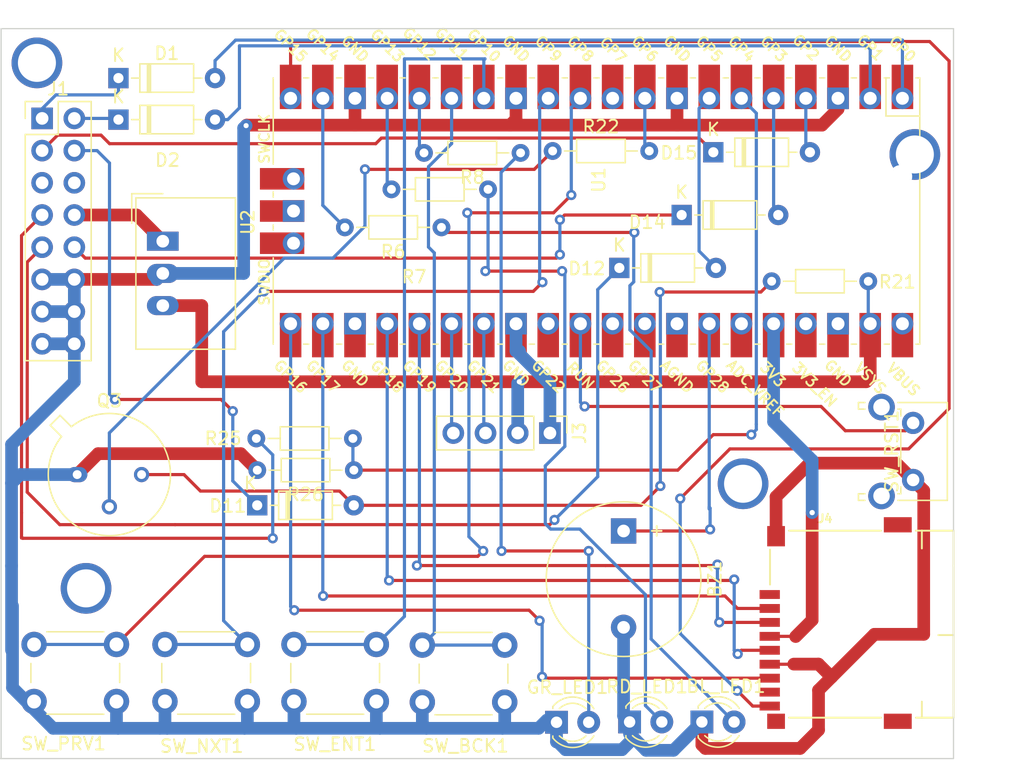
<source format=kicad_pcb>
(kicad_pcb (version 20221018) (generator pcbnew)
  (layers (0 "F.Cu" signal) (31 "B.Cu" signal) (34 "B.Paste" user) (35 "F.Paste" user) (36 "B.SilkS" user "B.Silkscreen") (37 "F.SilkS" user "F.Silkscreen") (38 "B.Mask" user) (39 "F.Mask" user) (44 "Edge.Cuts" user))
  (net 0 "")
  (net 1 "Net-(BZ1--)")
  (net 2 "/GND")
  (net 3 "Net-(BL_LED1-A)")
  (net 4 "Net-(GR_LED1-A)")
  (net 5 "Net-(RD_LED1-A)")
  (net 6 "Net-(D11-K)")
  (net 7 "Net-(D11-A)")
  (net 8 "Net-(D12-K)")
  (net 9 "Net-(D12-A)")
  (net 10 "Net-(D14-K)")
  (net 11 "Net-(D14-A)")
  (net 12 "Net-(D15-K)")
  (net 13 "Net-(D15-A)")
  (net 16 "Net-(J1-Pin_4a)")
  (net 17 "/CS")
  (net 18 "/SCK")
  (net 19 "/MOSI")
  (net 20 "/MISO")
  (net 21 "Net-(J1-Pin_4b)")
  (net 22 "Net-(J3-Pin_1)")
  (net 23 "Net-(J3-Pin_2)")
  (net 24 "Net-(J3-Pin_3)")
  (net 25 "Net-(J3-Pin_4)")
  (net 27 "Net-(D1-K)")
  (net 28 "/VCC 3.3V")
  (net 29 "Net-(J4-DET)")
  (net 30 "Net-(Q3-B)")
  (net 31 "Net-(U1-GPIO14)")
  (net 32 "Net-(U1-GPIO13)")
  (net 33 "Net-(U1-GPIO12)")
  (net 34 "Net-(U1-GPIO6)")
  (net 35 "Net-(U1-GPIO4)")
  (net 36 "Net-(U1-RUN)")
  (net 37 "Net-(U1-GPIO8)")
  (net 38 "Net-(U1-GPIO9)")
  (net 39 "Net-(U1-GPIO10)")
  (net 40 "Net-(U1-GPIO11)")
  (net 52 "Net-(D1-A)")
  (net 53 "Net-(D2-K)")
  (net 54 "Net-(D2-A)")
  (footprint "Buzzer_Beeper:Buzzer_12x9.5RM7.6" (layer "F.Cu") (at 138.975 112.45 -90)
    (fp_text reference "BZ1")
    (fp_text value "Buzzer")
  )
  (footprint "MCU_RaspberryPi_and_Boards:RPi_Pico_SMD_TH" (layer "F.Cu") (at 136.84 87.21 -90)
    (fp_text reference "U1")
    (fp_text value "Pico")
  )
  (footprint "Connector_PinHeader_2.54mm:PinHeader_2x08_P2.54mm_Vertical_letters" (layer "F.Cu") (at 93.11 79.905)
    (fp_text reference "J1")
    (fp_text value "Conn_02x08_Row_Letter_Last")
  )
  (footprint "Resistor_THT:R_Axial_DIN0204_L3.6mm_D1.6mm_P7.62mm_Horizontal" (layer "F.Cu") (at 133.38 82.475)
    (fp_text reference "R22")
    (fp_text value "6.8K")
  )
  (footprint "Resistor_THT:R_Axial_DIN0204_L3.6mm_D1.6mm_P7.62mm_Horizontal" (layer "F.Cu") (at 124.61 88.5 180)
    (fp_text reference "R6")
    (fp_text value "680")
  )
  (footprint "Resistor_THT:R_Axial_DIN0204_L3.6mm_D1.6mm_P7.62mm_Horizontal" (layer "F.Cu") (at 128.285 85.5 180)
    (fp_text reference "R7")
    (fp_text value "680")
  )
  (footprint "Diode_THT:D_DO-35_SOD27_P7.62mm_Horizontal" (layer "F.Cu") (at 99.13 80)
    (fp_text reference "D2")
    (fp_text value "BAT43")
  )
  (footprint "Resistor_THT:R_Axial_DIN0204_L3.6mm_D1.6mm_P7.62mm_Horizontal" (layer "F.Cu") (at 117.7 107.65 180)
    (fp_text reference "R26")
    (fp_text value "2K2")
  )
  (footprint "LED_THT:LED_D3.0mm" (layer "F.Cu") (at 145.15 127.5125)
    (fp_text reference "BL_LED1")
    (fp_text value "LED")
  )
  (footprint "Resistor_THT:R_Axial_DIN0204_L3.6mm_D1.6mm_P7.62mm_Horizontal" (layer "F.Cu") (at 110.005 105.15)
    (fp_text reference "R25")
    (fp_text value "1K")
  )
  (footprint "LED_THT:LED_D3.0mm" (layer "F.Cu") (at 139.45 127.5125)
    (fp_text reference "RD_LED1")
    (fp_text value "LED")
  )
  (footprint "Connector_Card:MicroSD_Card-micro_socket_A_AliExpress" (layer "F.Cu") (at 157.525 120.675 -90)
    (fp_text reference "J4")
    (fp_text value "Micro_SD_Card_Det1" hide)
  )
  (footprint "Package_TO_SOT_THT:TO-39-3" (layer "F.Cu") (at 95.875 108)
    (fp_text reference "Q3")
    (fp_text value "2N2219")
  )
  (footprint "Diode_THT:D_DO-35_SOD27_P7.62mm_Horizontal" (layer "F.Cu") (at 110.075 110.425)
    (fp_text reference "D11")
    (fp_text value "1N4148")
  )
  (footprint "Diode_THT:D_DO-35_SOD27_P7.62mm_Horizontal" (layer "F.Cu") (at 143.555 87.525)
    (fp_text reference "D14")
    (fp_text value "BAT43")
  )
  (footprint "Connector_PinHeader_2.54mm:PinHeader_1x04_P2.54mm_Vertical" (layer "F.Cu") (at 133.165 104.725 -90)
    (fp_text reference "J3")
    (fp_text value "OLED SCREEN CONN")
  )
  (footprint "Button_Switch_THT:SW_Tactile_SPST_Angled_PTS645Vx83-2LFS" (layer "F.Cu") (at 161.8125 103.925 -90)
    (fp_text reference "SW_RST1")
    (fp_text value "SW_RESET")
  )
  (footprint "Resistor_THT:R_Axial_DIN0204_L3.6mm_D1.6mm_P7.62mm_Horizontal" (layer "F.Cu") (at 130.85 82.625 180)
    (fp_text reference "R8")
    (fp_text value "680")
  )
  (footprint "Converter_DCDC:Converter_DCDC_TRACO_TSR-1_THT" (layer "F.Cu") (at 102.6275 89.5925 -90)
    (fp_text reference "U2")
    (fp_text value "TSR_1-2450")
  )
  (footprint "Resistor_THT:R_Axial_DIN0204_L3.6mm_D1.6mm_P7.62mm_Horizontal" (layer "F.Cu") (at 158.275 92.75 180)
    (fp_text reference "R21")
    (fp_text value "10K")
  )
  (footprint "Button_Switch_THT:SW_PUSH_6mm" (layer "F.Cu") (at 119.475 125.9 180)
    (fp_text reference "SW_ENT1")
    (fp_text value "SW_ENTER")
  )
  (footprint "Diode_THT:D_DO-35_SOD27_P7.62mm_Horizontal" (layer "F.Cu") (at 146.055 82.575)
    (fp_text reference "D15")
    (fp_text value "BAT43")
  )
  (footprint "LED_THT:LED_D3.0mm" (layer "F.Cu") (at 133.685 127.5375)
    (fp_text reference "GR_LED1")
    (fp_text value "LED")
  )
  (footprint "Diode_THT:D_DO-35_SOD27_P7.62mm_Horizontal" (layer "F.Cu") (at 99.13 76.725)
    (fp_text reference "D1")
    (fp_text value "BAT43")
  )
  (footprint "Button_Switch_THT:SW_PUSH_6mm" (layer "F.Cu") (at 109.3 125.9 180)
    (fp_text reference "SW_NXT1")
    (fp_text value "SW_NEXT")
  )
  (footprint "Diode_THT:D_DO-35_SOD27_P7.62mm_Horizontal" (layer "F.Cu") (at 138.64 91.7)
    (fp_text reference "D12")
    (fp_text value "BAT43")
  )
  (footprint "Button_Switch_THT:SW_PUSH_6mm" (layer "F.Cu") (at 98.975 125.9 180)
    (fp_text reference "SW_PRV1")
    (fp_text value "SW_PREV")
  )
  (footprint "Button_Switch_THT:SW_PUSH_6mm" (layer "F.Cu") (at 129.6 125.95 180)
    (fp_text reference "SW_BCK1")
    (fp_text value "SW_BACK")
  )
  (gr_line (start 164.9625 130.4) (end 89.8375 130.4) (stroke (width 0.1)) (layer "Edge.Cuts"))
  (gr_line (start 165 72.825) (end 165 130.4) (stroke (width 0.1)) (layer "Edge.Cuts"))
  (gr_line (start 89.875 72.825) (end 165 72.825) (stroke (width 0.1)) (layer "Edge.Cuts"))
  (gr_line (start 89.875 130.4) (end 89.875 72.825) (stroke (width 0.1)) (layer "Edge.Cuts"))
  (via (at 96.575 116.975) (size 4) (drill 3) (layers "F.Cu" "B.Cu") (net 0))
  (via (at 92.7 75.525) (size 4) (drill 3) (layers "F.Cu" "B.Cu") (net 0))
  (via (at 148.4 108.725) (size 4) (drill 3) (layers "F.Cu" "B.Cu") (net 0))
  (via (at 161.95 82.75) (size 4) (drill 3) (layers "F.Cu" "B.Cu") (net 0))
  (segment (start 138.975 112.45) (end 145.675 112.45) (width 0.25) (layer "F.Cu") (net 1))
  (segment (start 145.675 112.45) (end 145.8 112.325) (width 0.25) (layer "F.Cu") (net 1))
  (via (at 145.8 112.325) (size 0.8) (drill 0.4) (layers "F.Cu" "B.Cu") (net 1))
  (segment (start 145.73 110.705) (end 145.73 110.575) (width 0.25) (layer "B.Cu") (net 1))
  (segment (start 145.775 110.75) (end 145.73 110.705) (width 0.25) (layer "B.Cu") (net 1))
  (segment (start 145.73 110.575) (end 145.73 96.1) (width 0.25) (layer "B.Cu") (net 1))
  (segment (start 145.8 112.325) (end 145.8 110.645) (width 0.25) (layer "B.Cu") (net 1))
  (segment (start 145.8 110.645) (end 145.73 110.575) (width 0.25) (layer "B.Cu") (net 1))
  (segment (start 145.15 129.325) (end 145.425 129.6) (width 1) (layer "F.Cu") (net 2))
  (segment (start 145.15 127.5125) (end 145.15 129.325) (width 1) (layer "F.Cu") (net 2))
  (segment (start 108.78 106.35) (end 110.08 107.65) (width 1) (layer "F.Cu") (net 2))
  (segment (start 102.155 92.605) (end 102.6275 92.1325) (width 1) (layer "F.Cu") (net 2))
  (segment (start 155.89 79.17) (end 155.89 78.32) (width 1) (layer "F.Cu") (net 2))
  (segment (start 151.003145 109.746855) (end 153.65 107.1) (width 1) (layer "F.Cu") (net 2))
  (segment (start 143.2 80.435) (end 154.625 80.435) (width 1) (layer "F.Cu") (net 2))
  (segment (start 97.525 106.35) (end 108.78 106.35) (width 1) (layer "F.Cu") (net 2))
  (segment (start 117.79 80.435) (end 130.025 80.435) (width 1) (layer "F.Cu") (net 2))
  (segment (start 150.503145 122.959968) (end 152.390032 122.959968) (width 0.25) (layer "F.Cu") (net 2))
  (segment (start 130.49 79.97) (end 130.025 80.435) (width 1) (layer "F.Cu") (net 2))
  (segment (start 155.380085 123.980085) (end 154.353346 125.006823) (width 1) (layer "F.Cu") (net 2))
  (segment (start 117.79 80.435) (end 109.24 80.435) (width 1) (layer "F.Cu") (net 2))
  (segment (start 117.79 78.32) (end 117.79 80.435) (width 1) (layer "F.Cu") (net 2))
  (segment (start 160.4875 107.1) (end 161.8125 108.425) (width 1) (layer "F.Cu") (net 2))
  (segment (start 145.425 129.6) (end 152.9 129.6) (width 1) (layer "F.Cu") (net 2))
  (segment (start 143.19 78.32) (end 143.19 80.425) (width 1) (layer "F.Cu") (net 2))
  (segment (start 143.19 80.425) (end 143.2 80.435) (width 1) (layer "F.Cu") (net 2))
  (segment (start 95.65 92.605) (end 102.155 92.605) (width 1) (layer "F.Cu") (net 2))
  (segment (start 151.003145 112.859968) (end 151.003145 109.746855) (width 1) (layer "F.Cu") (net 2))
  (segment (start 155.380085 123.980085) (end 154.35 122.95) (width 1) (layer "F.Cu") (net 2))
  (segment (start 162.65 120.6) (end 158.760169 120.6) (width 1) (layer "F.Cu") (net 2))
  (segment (start 130.49 78.32) (end 130.49 79.97) (width 1) (layer "F.Cu") (net 2))
  (segment (start 161.8125 108.425) (end 162.65 109.2625) (width 1) (layer "F.Cu") (net 2))
  (segment (start 154.625 80.435) (end 155.89 79.17) (width 1) (layer "F.Cu") (net 2))
  (segment (start 152.390032 122.959968) (end 152.4 122.95) (width 0.25) (layer "F.Cu") (net 2))
  (segment (start 154.35 122.95) (end 152.4 122.95) (width 1) (layer "F.Cu") (net 2))
  (segment (start 95.875 108) (end 97.525 106.35) (width 1) (layer "F.Cu") (net 2))
  (segment (start 109.24 80.435) (end 109.2 80.475) (width 1) (layer "F.Cu") (net 2))
  (segment (start 158.760169 120.6) (end 155.380085 123.980085) (width 1) (layer "F.Cu") (net 2))
  (segment (start 162.65 109.2625) (end 162.65 120.6) (width 1) (layer "F.Cu") (net 2))
  (segment (start 154.353346 128.146654) (end 154.353346 125.006823) (width 1) (layer "F.Cu") (net 2))
  (segment (start 153.65 107.1) (end 160.4875 107.1) (width 1) (layer "F.Cu") (net 2))
  (segment (start 130.025 80.435) (end 143.2 80.435) (width 1) (layer "F.Cu") (net 2))
  (segment (start 152.9 129.6) (end 154.353346 128.146654) (width 1) (layer "F.Cu") (net 2))
  (via (at 109.2 80.475) (size 0.8) (drill 0.4) (layers "F.Cu" "B.Cu") (net 2))
  (segment (start 102.155 92.605) (end 102.6275 92.1325) (width 1) (layer "B.Cu") (net 2))
  (segment (start 112.975 127.8375) (end 112.975 125.9) (width 1) (layer "B.Cu") (net 2))
  (segment (start 95.65 100.675) (end 90.7 105.625) (width 1) (layer "B.Cu") (net 2))
  (segment (start 90.7 108.675) (end 91.375 108) (width 1) (layer "B.Cu") (net 2))
  (segment (start 98.975 125.9) (end 98.975 127.6625) (width 0.25) (layer "B.Cu") (net 2))
  (segment (start 102.6275 92.1325) (end 109.0075 92.1325) (width 1) (layer "B.Cu") (net 2))
  (segment (start 123.425 128.0125) (end 123.1 127.6875) (width 1) (layer "B.Cu") (net 2))
  (segment (start 139.45 128.45) (end 139.775 128.775) (width 1) (layer "B.Cu") (net 2))
  (segment (start 90.775 124.8125) (end 90.775 118.3625) (width 1) (layer "B.Cu") (net 2))
  (segment (start 138.85 129.7) (end 139.775 128.775) (width 1) (layer "B.Cu") (net 2))
  (segment (start 102.975 128.0125) (end 109.075 128.0125) (width 1) (layer "B.Cu") (net 2))
  (segment (start 102.975 128.0125) (end 102.8 127.8375) (width 1) (layer "B.Cu") (net 2))
  (segment (start 102.8 127.8375) (end 102.8 125.9) (width 1) (layer "B.Cu") (net 2))
  (segment (start 138.975 120.05) (end 138.975 127.0375) (width 1) (layer "B.Cu") (net 2))
  (segment (start 93.11 97.685) (end 95.65 97.685) (width 1) (layer "B.Cu") (net 2))
  (segment (start 134.4 129.7) (end 138.85 129.7) (width 1) (layer "B.Cu") (net 2))
  (segment (start 90.7 115.2) (end 90.7 121.85) (width 1) (layer "B.Cu") (net 2))
  (segment (start 93.11 92.605) (end 95.65 92.605) (width 1) (layer "B.Cu") (net 2))
  (segment (start 109.0075 80.6675) (end 109.2 80.475) (width 1) (layer "B.Cu") (net 2))
  (segment (start 93.11 95.145) (end 95.65 95.145) (width 1) (layer "B.Cu") (net 2))
  (segment (start 102.4 128.0125) (end 99.1 128.0125) (width 1) (layer "B.Cu") (net 2))
  (segment (start 95.65 92.605) (end 95.65 95.145) (width 1) (layer "B.Cu") (net 2))
  (segment (start 113.15 128.0125) (end 112.975 127.8375) (width 1) (layer "B.Cu") (net 2))
  (segment (start 119.475 125.9) (end 119.475 127.7375) (width 1) (layer "B.Cu") (net 2))
  (segment (start 139.775 128.775) (end 140.75 129.75) (width 1) (layer "B.Cu") (net 2))
  (segment (start 123.1 127.6875) (end 123.1 125.95) (width 1) (layer "B.Cu") (net 2))
  (segment (start 119.75 128.0125) (end 123.425 128.0125) (width 1) (layer "B.Cu") (net 2))
  (segment (start 140.75 129.75) (end 142.9125 129.75) (width 1) (layer "B.Cu") (net 2))
  (segment (start 90.7 108.675) (end 90.7 115.2) (width 1) (layer "B.Cu") (net 2))
  (segment (start 90.7 105.625) (end 90.7 108.675) (width 1) (layer "B.Cu") (net 2))
  (segment (start 99.1 128.0125) (end 98.975 127.8875) (width 1) (layer "B.Cu") (net 2))
  (segment (start 109.0075 92.1325) (end 109.0075 80.6675) (width 1) (layer "B.Cu") (net 2))
  (segment (start 109.3 125.9) (end 109.3 127.7875) (width 1) (layer "B.Cu") (net 2))
  (segment (start 142.9125 129.75) (end 145.15 127.5125) (width 1) (layer "B.Cu") (net 2))
  (segment (start 93.975 128.0125) (end 90.775 124.8125) (width 1) (layer "B.Cu") (net 2))
  (segment (start 133.685 129.085) (end 133.785 129.085) (width 1) (layer "B.Cu") (net 2))
  (segment (start 98.975 127.6625) (end 99.025 127.7125) (width 0.25) (layer "B.Cu") (net 2))
  (segment (start 129.6 127.8375) (end 129.6 125.95) (width 1) (layer "B.Cu") (net 2))
  (segment (start 133.685 127.5375) (end 133.685 129.085) (width 1) (layer "B.Cu") (net 2))
  (segment (start 133.785 129.085) (end 134.4 129.7) (width 1) (layer "B.Cu") (net 2))
  (segment (start 138.975 127.0375) (end 139.45 127.5125) (width 1) (layer "B.Cu") (net 2))
  (segment (start 102.8 127.6125) (end 102.4 128.0125) (width 0.25) (layer "B.Cu") (net 2))
  (segment (start 109.075 128.0125) (end 113.15 128.0125) (width 1) (layer "B.Cu") (net 2))
  (segment (start 99.1 128.0125) (end 93.975 128.0125) (width 1) (layer "B.Cu") (net 2))
  (segment (start 102.4 128.0125) (end 102.975 128.0125) (width 1) (layer "B.Cu") (net 2))
  (segment (start 123.425 128.0125) (end 129.425 128.0125) (width 1) (layer "B.Cu") (net 2))
  (segment (start 113.15 128.0125) (end 119.75 128.0125) (width 1) (layer "B.Cu") (net 2))
  (segment (start 132.275 128.0125) (end 129.425 128.0125) (width 1) (layer "B.Cu") (net 2))
  (segment (start 129.425 128.0125) (end 129.6 127.8375) (width 1) (layer "B.Cu") (net 2))
  (segment (start 132.925 127.3625) (end 132.275 128.0125) (width 1) (layer "B.Cu") (net 2))
  (segment (start 91.375 108) (end 95.875 108) (width 1) (layer "B.Cu") (net 2))
  (segment (start 119.475 127.7375) (end 119.75 128.0125) (width 1) (layer "B.Cu") (net 2))
  (segment (start 98.975 127.8875) (end 98.975 125.9) (width 1) (layer "B.Cu") (net 2))
  (segment (start 109.3 127.7875) (end 109.075 128.0125) (width 1) (layer "B.Cu") (net 2))
  (segment (start 95.65 97.685) (end 95.65 100.675) (width 1) (layer "B.Cu") (net 2))
  (segment (start 139.45 127.5125) (end 139.45 128.45) (width 1) (layer "B.Cu") (net 2))
  (segment (start 95.65 95.145) (end 95.65 97.685) (width 1) (layer "B.Cu") (net 2))
  (segment (start 125.01 88.9) (end 124.61 88.5) (width 0.25) (layer "F.Cu") (net 3))
  (segment (start 139.825 88.9) (end 125.01 88.9) (width 0.25) (layer "F.Cu") (net 3))
  (via (at 139.825 88.9) (size 0.8) (drill 0.4) (layers "F.Cu" "B.Cu") (net 3))
  (segment (start 139.775 88.95) (end 139.825 88.9) (width 0.25) (layer "B.Cu") (net 3))
  (segment (start 139.475 96.585054) (end 139.475 93.1) (width 0.25) (layer "B.Cu") (net 3))
  (segment (start 139.775 92.8) (end 139.775 88.95) (width 0.25) (layer "B.Cu") (net 3))
  (segment (start 139.475 93.1) (end 139.775 92.8) (width 0.25) (layer "B.Cu") (net 3))
  (segment (start 147.69 127.5125) (end 141.15 120.9725) (width 0.25) (layer "B.Cu") (net 3))
  (segment (start 141.15 98.260054) (end 139.475 96.585054) (width 0.25) (layer "B.Cu") (net 3))
  (segment (start 141.15 120.9725) (end 141.15 98.260054) (width 0.25) (layer "B.Cu") (net 3))
  (segment (start 129.35 114.025) (end 136.225 114.025) (width 0.25) (layer "F.Cu") (net 4))
  (via (at 129.35 114.025) (size 0.8) (drill 0.4) (layers "F.Cu" "B.Cu") (net 4))
  (via (at 136.225 114.025) (size 0.8) (drill 0.4) (layers "F.Cu" "B.Cu") (net 4))
  (segment (start 136.225 114.025) (end 136.225 127.5375) (width 0.25) (layer "B.Cu") (net 4))
  (segment (start 129.315 108.390305) (end 129.315 113.99) (width 0.25) (layer "B.Cu") (net 4))
  (segment (start 129.315 113.99) (end 129.35 114.025) (width 0.25) (layer "B.Cu") (net 4))
  (segment (start 129.315 84.16) (end 130.85 82.625) (width 0.25) (layer "B.Cu") (net 4))
  (segment (start 129.315 108.390305) (end 129.315 84.16) (width 0.25) (layer "B.Cu") (net 4))
  (segment (start 134.125 91.95) (end 128.075 91.95) (width 0.25) (layer "F.Cu") (net 5))
  (via (at 134.125 91.95) (size 0.8) (drill 0.4) (layers "F.Cu" "B.Cu") (net 5))
  (via (at 128.075 91.95) (size 0.8) (drill 0.4) (layers "F.Cu" "B.Cu") (net 5))
  (segment (start 134.125 91.95) (end 134.34 92.165) (width 0.25) (layer "B.Cu") (net 5))
  (segment (start 140.7 126.2225) (end 141.99 127.5125) (width 0.25) (layer "B.Cu") (net 5))
  (segment (start 128.285 91.74) (end 128.285 85.5) (width 0.25) (layer "B.Cu") (net 5))
  (segment (start 134.34 92.165) (end 134.34 105.772345) (width 0.25) (layer "B.Cu") (net 5))
  (segment (start 133.224695 112.3) (end 135.525305 112.3) (width 0.25) (layer "B.Cu") (net 5))
  (segment (start 128.075 91.95) (end 128.285 91.74) (width 0.25) (layer "B.Cu") (net 5))
  (segment (start 134.34 105.772345) (end 132.8 107.312345) (width 0.25) (layer "B.Cu") (net 5))
  (segment (start 132.8 111.875305) (end 133.224695 112.3) (width 0.25) (layer "B.Cu") (net 5))
  (segment (start 140.7 117.474695) (end 140.7 126.2225) (width 0.25) (layer "B.Cu") (net 5))
  (segment (start 132.8 107.312345) (end 132.8 111.875305) (width 0.25) (layer "B.Cu") (net 5))
  (segment (start 135.525305 112.3) (end 140.7 117.474695) (width 0.25) (layer "B.Cu") (net 5))
  (segment (start 98.85 102.075) (end 107.225 102.075) (width 0.25) (layer "F.Cu") (net 6))
  (segment (start 107.225 102.075) (end 108.15 103) (width 0.25) (layer "F.Cu") (net 6))
  (via (at 108.15 103) (size 0.8) (drill 0.4) (layers "F.Cu" "B.Cu") (net 6))
  (via (at 98.85 102.075) (size 0.8) (drill 0.4) (layers "F.Cu" "B.Cu") (net 6))
  (segment (start 108.15 108.5) (end 110.075 110.425) (width 0.25) (layer "B.Cu") (net 6))
  (segment (start 97.445 82.445) (end 98.425 83.425) (width 0.25) (layer "B.Cu") (net 6))
  (segment (start 108.15 103) (end 108.15 108.5) (width 0.25) (layer "B.Cu") (net 6))
  (segment (start 95.65 82.445) (end 97.445 82.445) (width 0.25) (layer "B.Cu") (net 6))
  (segment (start 98.425 83.425) (end 98.425 101.65) (width 0.25) (layer "B.Cu") (net 6))
  (segment (start 98.425 101.65) (end 98.85 102.075) (width 0.25) (layer "B.Cu") (net 6))
  (segment (start 95.705 82.5) (end 95.65 82.445) (width 0.25) (layer "B.Cu") (net 6))
  (segment (start 100.955 108) (end 104.3 108) (width 0.25) (layer "F.Cu") (net 7))
  (segment (start 105.6 109.3) (end 116.57 109.3) (width 0.25) (layer "F.Cu") (net 7))
  (segment (start 141.825 93.6) (end 149.805 93.6) (width 0.25) (layer "F.Cu") (net 7))
  (segment (start 104.3 108) (end 105.6 109.3) (width 0.25) (layer "F.Cu") (net 7))
  (segment (start 116.57 109.3) (end 117.695 110.425) (width 0.25) (layer "F.Cu") (net 7))
  (segment (start 149.805 93.6) (end 150.655 92.75) (width 0.25) (layer "F.Cu") (net 7))
  (segment (start 140.35 110.425) (end 141.875 108.9) (width 0.25) (layer "F.Cu") (net 7))
  (segment (start 117.695 110.425) (end 140.35 110.425) (width 0.25) (layer "F.Cu") (net 7))
  (via (at 141.825 93.6) (size 0.8) (drill 0.4) (layers "F.Cu" "B.Cu") (net 7))
  (via (at 141.875 108.9) (size 0.8) (drill 0.4) (layers "F.Cu" "B.Cu") (net 7))
  (segment (start 141.875 93.65) (end 141.825 93.6) (width 0.25) (layer "B.Cu") (net 7))
  (segment (start 141.875 108.9) (end 141.875 93.65) (width 0.25) (layer "B.Cu") (net 7))
  (segment (start 103.6 111.95) (end 94.5 111.95) (width 0.25) (layer "F.Cu") (net 8))
  (segment (start 91.935489 109.385489) (end 91.935489 91.239511) (width 0.25) (layer "F.Cu") (net 8))
  (segment (start 91.935489 91.239511) (end 93.11 90.065) (width 0.25) (layer "F.Cu") (net 8))
  (segment (start 103.6 111.95) (end 133.15 111.95) (width 0.25) (layer "F.Cu") (net 8))
  (segment (start 133.15 111.95) (end 133.525 111.575) (width 0.25) (layer "F.Cu") (net 8))
  (segment (start 94.5 111.95) (end 91.935489 109.385489) (width 0.25) (layer "F.Cu") (net 8))
  (via (at 133.525 111.575) (size 0.8) (drill 0.4) (layers "F.Cu" "B.Cu") (net 8))
  (segment (start 133.525 111.575) (end 136.935 108.165) (width 0.25) (layer "B.Cu") (net 8))
  (segment (start 136.935 108.165) (end 136.935 93.405) (width 0.25) (layer "B.Cu") (net 8))
  (segment (start 136.935 93.405) (end 138.64 91.7) (width 0.25) (layer "B.Cu") (net 8))
  (segment (start 145.73 78.32) (end 144.93 79.12) (width 0.25) (layer "B.Cu") (net 9))
  (segment (start 144.93 79.12) (end 144.93 90.37) (width 0.25) (layer "B.Cu") (net 9))
  (segment (start 144.93 90.37) (end 146.26 91.7) (width 0.25) (layer "B.Cu") (net 9))
  (segment (start 95.65 90.065) (end 96.51 90.925) (width 0.25) (layer "F.Cu") (net 10))
  (segment (start 133.675 90.925) (end 133.95 90.65) (width 0.25) (layer "F.Cu") (net 10))
  (segment (start 96.51 90.925) (end 133.675 90.925) (width 0.25) (layer "F.Cu") (net 10))
  (segment (start 133.95 87.9) (end 134.325 87.525) (width 0.25) (layer "F.Cu") (net 10))
  (segment (start 134.325 87.525) (end 143.555 87.525) (width 0.25) (layer "F.Cu") (net 10))
  (via (at 133.95 90.65) (size 0.8) (drill 0.4) (layers "F.Cu" "B.Cu") (net 10))
  (via (at 133.95 87.9) (size 0.8) (drill 0.4) (layers "F.Cu" "B.Cu") (net 10))
  (segment (start 133.95 90.65) (end 133.95 87.9) (width 0.25) (layer "B.Cu") (net 10))
  (segment (start 150.81 78.32) (end 150.81 87.16) (width 0.25) (layer "B.Cu") (net 11))
  (segment (start 150.81 87.16) (end 151.175 87.525) (width 0.25) (layer "B.Cu") (net 11))
  (segment (start 97.75538 81.225) (end 98.43038 81.9) (width 0.25) (layer "F.Cu") (net 12))
  (segment (start 146.055 82.575) (end 144.935104 81.455104) (width 0.25) (layer "F.Cu") (net 12))
  (segment (start 119.869896 81.455104) (end 119.425 81.9) (width 0.25) (layer "F.Cu") (net 12))
  (segment (start 144.935104 81.455104) (end 119.869896 81.455104) (width 0.25) (layer "F.Cu") (net 12))
  (segment (start 98.43038 81.9) (end 119.425 81.9) (width 0.25) (layer "F.Cu") (net 12))
  (segment (start 94.33 81.225) (end 97.75538 81.225) (width 0.25) (layer "F.Cu") (net 12))
  (segment (start 93.11 82.445) (end 94.33 81.225) (width 0.25) (layer "F.Cu") (net 12))
  (segment (start 153.35 78.32) (end 153.35 82.25) (width 0.25) (layer "B.Cu") (net 13))
  (segment (start 153.35 82.25) (end 153.675 82.575) (width 0.25) (layer "B.Cu") (net 13))
  (segment (start 91.485969 112.925) (end 91.485969 113.010969) (width 0.25) (layer "F.Cu") (net 16))
  (segment (start 111.3 113.025) (end 91.585969 113.025) (width 0.25) (layer "F.Cu") (net 16))
  (segment (start 91.585969 113.025) (end 91.485969 112.925) (width 0.25) (layer "F.Cu") (net 16))
  (segment (start 93.11 87.525) (end 91.485969 89.149031) (width 0.25) (layer "F.Cu") (net 16))
  (segment (start 91.485969 111.010969) (end 91.485969 112.925) (width 0.25) (layer "F.Cu") (net 16))
  (segment (start 91.485969 89.149031) (end 91.485969 111.010969) (width 0.25) (layer "F.Cu") (net 16))
  (via (at 111.3 113.025) (size 0.8) (drill 0.4) (layers "F.Cu" "B.Cu") (net 16))
  (segment (start 110.005 105.15) (end 111.3 106.445) (width 0.25) (layer "B.Cu") (net 16))
  (segment (start 111.3 106.445) (end 111.3 113.025) (width 0.25) (layer "B.Cu") (net 16))
  (segment (start 146.975 117.575) (end 147.959968 118.559968) (width 0.25) (layer "F.Cu") (net 17))
  (segment (start 115.275 117.575) (end 146.975 117.575) (width 0.25) (layer "F.Cu") (net 17))
  (segment (start 147.959968 118.559968) (end 150.503145 118.559968) (width 0.25) (layer "F.Cu") (net 17))
  (via (at 115.275 117.575) (size 0.8) (drill 0.4) (layers "F.Cu" "B.Cu") (net 17))
  (segment (start 115.25 96.1) (end 115.25 117.55) (width 0.25) (layer "B.Cu") (net 17))
  (segment (start 115.25 117.55) (end 115.275 117.575) (width 0.25) (layer "B.Cu") (net 17))
  (segment (start 147.975 122.15) (end 148.265032 121.859968) (width 0.25) (layer "F.Cu") (net 18))
  (segment (start 148.265032 121.859968) (end 150.503145 121.859968) (width 0.25) (layer "F.Cu") (net 18))
  (segment (start 147.625 116.35) (end 147.7 116.275) (width 0.25) (layer "F.Cu") (net 18))
  (segment (start 120.475 116.35) (end 147.625 116.35) (width 0.25) (layer "F.Cu") (net 18))
  (via (at 147.975 122.15) (size 0.8) (drill 0.4) (layers "F.Cu" "B.Cu") (net 18))
  (via (at 147.7 116.275) (size 0.8) (drill 0.4) (layers "F.Cu" "B.Cu") (net 18))
  (via (at 120.475 116.35) (size 0.8) (drill 0.4) (layers "F.Cu" "B.Cu") (net 18))
  (segment (start 147.7 121.875) (end 147.975 122.15) (width 0.25) (layer "B.Cu") (net 18))
  (segment (start 120.33 116.205) (end 120.475 116.35) (width 0.25) (layer "B.Cu") (net 18))
  (segment (start 147.7 116.275) (end 147.7 121.875) (width 0.25) (layer "B.Cu") (net 18))
  (segment (start 120.33 96.1) (end 120.33 116.205) (width 0.25) (layer "B.Cu") (net 18))
  (segment (start 146.3 115.175) (end 146.375 115.1) (width 0.25) (layer "F.Cu") (net 19))
  (segment (start 146.534968 119.659968) (end 150.503145 119.659968) (width 0.25) (layer "F.Cu") (net 19))
  (segment (start 137.55 115.175) (end 146.3 115.175) (width 0.25) (layer "F.Cu") (net 19))
  (segment (start 146.525 119.65) (end 146.534968 119.659968) (width 0.25) (layer "F.Cu") (net 19))
  (segment (start 122.675 115.175) (end 137.55 115.175) (width 0.25) (layer "F.Cu") (net 19))
  (via (at 146.525 119.65) (size 0.8) (drill 0.4) (layers "F.Cu" "B.Cu") (net 19))
  (via (at 146.375 115.1) (size 0.8) (drill 0.4) (layers "F.Cu" "B.Cu") (net 19))
  (via (at 122.675 115.175) (size 0.8) (drill 0.4) (layers "F.Cu" "B.Cu") (net 19))
  (segment (start 146.375 119.5) (end 146.525 119.65) (width 0.25) (layer "B.Cu") (net 19))
  (segment (start 146.375 115.1) (end 146.375 119.5) (width 0.25) (layer "B.Cu") (net 19))
  (segment (start 122.87 114.98) (end 122.675 115.175) (width 0.25) (layer "B.Cu") (net 19))
  (segment (start 122.87 96.1) (end 122.87 114.98) (width 0.25) (layer "B.Cu") (net 19))
  (segment (start 131.525 118.7) (end 132.35 119.525) (width 0.25) (layer "F.Cu") (net 20))
  (segment (start 132.55 123.95) (end 132.659968 124.059968) (width 0.25) (layer "F.Cu") (net 20))
  (segment (start 132.659968 124.059968) (end 150.503145 124.059968) (width 0.25) (layer "F.Cu") (net 20))
  (segment (start 113 118.7) (end 131.525 118.7) (width 0.25) (layer "F.Cu") (net 20))
  (via (at 113 118.7) (size 0.8) (drill 0.4) (layers "F.Cu" "B.Cu") (net 20))
  (via (at 132.55 123.95) (size 0.8) (drill 0.4) (layers "F.Cu" "B.Cu") (net 20))
  (via (at 132.35 119.525) (size 0.8) (drill 0.4) (layers "F.Cu" "B.Cu") (net 20))
  (segment (start 112.71 96.1) (end 112.71 118.41) (width 0.25) (layer "B.Cu") (net 20))
  (segment (start 132.55 119.725) (end 132.55 123.95) (width 0.25) (layer "B.Cu") (net 20))
  (segment (start 112.71 118.41) (end 113 118.7) (width 0.25) (layer "B.Cu") (net 20))
  (segment (start 132.35 119.525) (end 132.55 119.725) (width 0.25) (layer "B.Cu") (net 20))
  (segment (start 95.65 87.525) (end 100.56 87.525) (width 1) (layer "F.Cu") (net 21))
  (segment (start 100.56 87.525) (end 102.6275 89.5925) (width 1) (layer "F.Cu") (net 21))
  (segment (start 130.49 98.265) (end 130.765 98.265) (width 1) (layer "B.Cu") (net 22))
  (segment (start 133.165 100.89) (end 133.165 104.725) (width 1) (layer "B.Cu") (net 22))
  (segment (start 130.765 98.49) (end 133.165 100.89) (width 1) (layer "B.Cu") (net 22))
  (segment (start 130.49 96.1) (end 130.49 98.265) (width 1) (layer "B.Cu") (net 22))
  (segment (start 130.765 98.265) (end 130.765 98.49) (width 1) (layer "B.Cu") (net 22))
  (segment (start 105.7025 94.6725) (end 105.7025 100.6775) (width 1) (layer "F.Cu") (net 23))
  (segment (start 158.1125 100.6775) (end 158.43 100.36) (width 1) (layer "F.Cu") (net 23))
  (segment (start 102.6275 94.6725) (end 105.7025 94.6725) (width 1) (layer "F.Cu") (net 23))
  (segment (start 158.43 100.36) (end 158.43 96.1) (width 1) (layer "F.Cu") (net 23))
  (segment (start 105.7025 100.6775) (end 130.75 100.6775) (width 1) (layer "F.Cu") (net 23))
  (segment (start 130.75 100.6775) (end 158.1125 100.6775) (width 1) (layer "F.Cu") (net 23))
  (via (at 130.75 100.6775) (size 0.8) (drill 0.4) (layers "F.Cu" "B.Cu") (net 23))
  (segment (start 130.625 104.725) (end 130.625 100.8025) (width 1) (layer "B.Cu") (net 23))
  (segment (start 130.625 100.8025) (end 130.75 100.6775) (width 1) (layer "B.Cu") (net 23))
  (segment (start 158.275 95.945) (end 158.43 96.1) (width 0.25) (layer "B.Cu") (net 23))
  (segment (start 158.275 92.75) (end 158.275 95.945) (width 0.25) (layer "B.Cu") (net 23))
  (segment (start 127.95 104.59) (end 128.085 104.725) (width 0.25) (layer "B.Cu") (net 24))
  (segment (start 127.95 96.1) (end 127.95 104.59) (width 0.25) (layer "B.Cu") (net 24))
  (segment (start 125.41 96.1) (end 125.41 104.59) (width 0.25) (layer "B.Cu") (net 25))
  (segment (start 125.41 104.59) (end 125.545 104.725) (width 0.25) (layer "B.Cu") (net 25))
  (segment (start 93.11 79.905) (end 93.11 79.14) (width 0.25) (layer "B.Cu") (net 27))
  (segment (start 99.13 76.725) (end 99.13 77.845) (width 0.25) (layer "B.Cu") (net 27))
  (segment (start 94.2 78.05) (end 98.925 78.05) (width 0.25) (layer "B.Cu") (net 27))
  (segment (start 93.11 79.14) (end 94.2 78.05) (width 0.25) (layer "B.Cu") (net 27))
  (segment (start 99.13 77.845) (end 98.925 78.05) (width 0.25) (layer "B.Cu") (net 27))
  (segment (start 152.55 120.775) (end 153.85 119.475) (width 1) (layer "F.Cu") (net 28))
  (segment (start 153.85 111) (end 153.85 119.475) (width 1) (layer "F.Cu") (net 28))
  (segment (start 150.503145 120.759968) (end 152.534968 120.759968) (width 0.25) (layer "F.Cu") (net 28))
  (segment (start 152.534968 120.759968) (end 152.55 120.775) (width 0.25) (layer "F.Cu") (net 28))
  (via (at 153.85 111) (size 0.8) (drill 0.4) (layers "F.Cu" "B.Cu") (net 28))
  (via (at 153.85 111) (size 0.8) (drill 0.4) (layers "F.Cu" "B.Cu") (net 28))
  (segment (start 150.81 103.835) (end 153.325 106.35) (width 1) (layer "B.Cu") (net 28))
  (segment (start 150.81 96.1) (end 150.81 103.835) (width 1) (layer "B.Cu") (net 28))
  (segment (start 153.325 106.35) (end 153.85 106.875) (width 1) (layer "B.Cu") (net 28))
  (segment (start 153.85 106.875) (end 153.85 111) (width 1) (layer "B.Cu") (net 28))
  (segment (start 163.115 73.84) (end 164.65 75.375) (width 0.25) (layer "F.Cu") (net 29))
  (segment (start 143.443476 109.893477) (end 143.443476 109.893476) (width 0.25) (layer "F.Cu") (net 29))
  (segment (start 164.65 75.375) (end 164.65 102.782861) (width 0.25) (layer "F.Cu") (net 29))
  (segment (start 161.457861 105.975) (end 147.361953 105.975) (width 0.25) (layer "F.Cu") (net 29))
  (segment (start 149.159968 126.259968) (end 150.503145 126.259968) (width 0.25) (layer "F.Cu") (net 29))
  (segment (start 147.95 125.05) (end 149.159968 126.259968) (width 0.25) (layer "F.Cu") (net 29))
  (segment (start 164.65 102.782861) (end 161.457861 105.975) (width 0.25) (layer "F.Cu") (net 29))
  (segment (start 112.71 73.84) (end 163.115 73.84) (width 0.25) (layer "F.Cu") (net 29))
  (segment (start 147.361953 105.975) (end 143.443476 109.893476) (width 0.25) (layer "F.Cu") (net 29))
  (segment (start 112.71 74.735) (end 112.71 73.84) (width 0.25) (layer "F.Cu") (net 29))
  (segment (start 112.71 78.32) (end 112.71 74.735) (width 0.25) (layer "F.Cu") (net 29))
  (via (at 143.443476 109.893476) (size 0.8) (drill 0.4) (layers "F.Cu" "B.Cu") (net 29))
  (via (at 147.95 125.05) (size 0.8) (drill 0.4) (layers "F.Cu" "B.Cu") (net 29))
  (segment (start 143.443476 109.893476) (end 143.443476 120.543476) (width 0.25) (layer "B.Cu") (net 29))
  (segment (start 143.443476 120.543476) (end 147.95 125.05) (width 0.25) (layer "B.Cu") (net 29))
  (segment (start 118.575 83.925) (end 131.93 83.925) (width 0.25) (layer "F.Cu") (net 30))
  (segment (start 131.93 83.925) (end 133.38 82.475) (width 0.25) (layer "F.Cu") (net 30))
  (via (at 118.575 83.925) (size 0.8) (drill 0.4) (layers "F.Cu" "B.Cu") (net 30))
  (segment (start 98.415 104.709695) (end 112.204351 90.920344) (width 0.25) (layer "B.Cu") (net 30))
  (segment (start 118.575 88.4) (end 118.575 83.925) (width 0.25) (layer "B.Cu") (net 30))
  (segment (start 112.204351 90.920344) (end 116.054656 90.920344) (width 0.25) (layer "B.Cu") (net 30))
  (segment (start 98.415 110.54) (end 98.415 104.709695) (width 0.25) (layer "B.Cu") (net 30))
  (segment (start 116.054656 90.920344) (end 118.575 88.4) (width 0.25) (layer "B.Cu") (net 30))
  (segment (start 115.25 86.76) (end 116.99 88.5) (width 0.25) (layer "B.Cu") (net 31))
  (segment (start 115.25 78.32) (end 115.25 86.76) (width 0.25) (layer "B.Cu") (net 31))
  (segment (start 120.33 85.165) (end 120.665 85.5) (width 0.25) (layer "B.Cu") (net 32))
  (segment (start 120.33 78.32) (end 120.33 85.165) (width 0.25) (layer "B.Cu") (net 32))
  (segment (start 122.87 82.265) (end 123.23 82.625) (width 0.25) (layer "B.Cu") (net 33))
  (segment (start 122.87 78.32) (end 122.87 82.265) (width 0.25) (layer "B.Cu") (net 33))
  (segment (start 140.65 82.125) (end 141 82.475) (width 0.25) (layer "B.Cu") (net 34))
  (segment (start 140.65 78.32) (end 140.65 82.125) (width 0.25) (layer "B.Cu") (net 34))
  (segment (start 149.05 104.85) (end 146.05 104.85) (width 0.25) (layer "F.Cu") (net 35))
  (segment (start 146.05 104.85) (end 143.25 107.65) (width 0.25) (layer "F.Cu") (net 35))
  (segment (start 143.25 107.65) (end 117.7 107.65) (width 0.25) (layer "F.Cu") (net 35))
  (via (at 149.05 104.85) (size 0.8) (drill 0.4) (layers "F.Cu" "B.Cu") (net 35))
  (segment (start 149.445 104.03) (end 149.445 104.455) (width 0.25) (layer "B.Cu") (net 35))
  (segment (start 148.27 78.32) (end 149.445 79.495) (width 0.25) (layer "B.Cu") (net 35))
  (segment (start 117.625 107.575) (end 117.7 107.65) (width 0.25) (layer "B.Cu") (net 35))
  (segment (start 117.625 105.15) (end 117.625 107.575) (width 0.25) (layer "B.Cu") (net 35))
  (segment (start 149.445 79.495) (end 149.445 104.03) (width 0.25) (layer "B.Cu") (net 35))
  (segment (start 149.445 104.455) (end 149.05 104.85) (width 0.25) (layer "B.Cu") (net 35))
  (segment (start 154.55 102.625) (end 156.466173 104.541173) (width 0.25) (layer "F.Cu") (net 36))
  (segment (start 161.196327 104.541173) (end 161.8125 103.925) (width 0.25) (layer "F.Cu") (net 36))
  (segment (start 135.9 102.625) (end 154.55 102.625) (width 0.25) (layer "F.Cu") (net 36))
  (segment (start 156.466173 104.541173) (end 161.196327 104.541173) (width 0.25) (layer "F.Cu") (net 36))
  (via (at 135.9 102.625) (size 0.8) (drill 0.4) (layers "F.Cu" "B.Cu") (net 36))
  (segment (start 135.57 96.1) (end 135.57 102.295) (width 0.25) (layer "B.Cu") (net 36))
  (segment (start 135.57 102.295) (end 135.9 102.625) (width 0.25) (layer "B.Cu") (net 36))
  (segment (start 133.45 87.35) (end 134.85 85.95) (width 0.25) (layer "F.Cu") (net 37))
  (segment (start 105.925 114.45) (end 127.475 114.45) (width 0.25) (layer "F.Cu") (net 37))
  (segment (start 126.65 87.35) (end 133.45 87.35) (width 0.25) (layer "F.Cu") (net 37))
  (segment (start 127.475 114.45) (end 127.9 114.025) (width 0.25) (layer "F.Cu") (net 37))
  (segment (start 98.975 121.4) (end 105.925 114.45) (width 0.25) (layer "F.Cu") (net 37))
  (via (at 127.9 114.025) (size 0.8) (drill 0.4) (layers "F.Cu" "B.Cu") (net 37))
  (via (at 126.65 87.35) (size 0.8) (drill 0.4) (layers "F.Cu" "B.Cu") (net 37))
  (via (at 134.85 85.95) (size 0.8) (drill 0.4) (layers "F.Cu" "B.Cu") (net 37))
  (segment (start 134.85 85.95) (end 134.85 79.04) (width 0.25) (layer "B.Cu") (net 37))
  (segment (start 127.9 114.025) (end 126.775 112.9) (width 0.25) (layer "B.Cu") (net 37))
  (segment (start 134.85 79.04) (end 135.57 78.32) (width 0.25) (layer "B.Cu") (net 37))
  (segment (start 92.475 121.4) (end 98.975 121.4) (width 0.25) (layer "B.Cu") (net 37))
  (segment (start 126.775 112.9) (end 126.775 87.475) (width 0.25) (layer "B.Cu") (net 37))
  (segment (start 126.775 87.475) (end 126.65 87.35) (width 0.25) (layer "B.Cu") (net 37))
  (segment (start 110.6 93.55) (end 131.85 93.55) (width 0.25) (layer "F.Cu") (net 38))
  (segment (start 131.85 93.55) (end 132.575 92.825) (width 0.25) (layer "F.Cu") (net 38))
  (via (at 132.575 92.825) (size 0.8) (drill 0.4) (layers "F.Cu" "B.Cu") (net 38))
  (via (at 110.6 93.55) (size 0.8) (drill 0.4) (layers "F.Cu" "B.Cu") (net 38))
  (segment (start 132.355 78.995) (end 133.03 78.32) (width 0.25) (layer "B.Cu") (net 38))
  (segment (start 132.575 92.825) (end 132.355 92.605) (width 0.25) (layer "B.Cu") (net 38))
  (segment (start 102.8 121.4) (end 109.3 121.4) (width 0.25) (layer "B.Cu") (net 38))
  (segment (start 107.425 119.525) (end 107.425 96.725) (width 0.25) (layer "B.Cu") (net 38))
  (segment (start 109.3 121.4) (end 107.425 119.525) (width 0.25) (layer "B.Cu") (net 38))
  (segment (start 107.425 96.725) (end 110.6 93.55) (width 0.25) (layer "B.Cu") (net 38))
  (segment (start 132.355 92.605) (end 132.355 78.995) (width 0.25) (layer "B.Cu") (net 38))
  (segment (start 128.04 75.21) (end 127.95 75.3) (width 0.25) (layer "B.Cu") (net 39))
  (segment (start 119.475 121.4) (end 121.69 119.185) (width 0.25) (layer "B.Cu") (net 39))
  (segment (start 127.95 75.3) (end 127.95 78.32) (width 0.25) (layer "B.Cu") (net 39))
  (segment (start 112.975 121.4) (end 119.475 121.4) (width 0.25) (layer "B.Cu") (net 39))
  (segment (start 121.69 75.21) (end 128.04 75.21) (width 0.25) (layer "B.Cu") (net 39))
  (segment (start 121.69 119.185) (end 121.69 75.21) (width 0.25) (layer "B.Cu") (net 39))
  (segment (start 123.1 121.45) (end 124.045 120.505) (width 0.25) (layer "B.Cu") (net 40))
  (segment (start 123.1 121.45) (end 129.6 121.45) (width 0.25) (layer "B.Cu") (net 40))
  (segment (start 124.045 90.512764) (end 123.585 90.052764) (width 0.25) (layer "B.Cu") (net 40))
  (segment (start 123.585 90.052764) (end 123.585 83.717764) (width 0.25) (layer "B.Cu") (net 40))
  (segment (start 125.41 81.892764) (end 125.41 78.32) (width 0.25) (layer "B.Cu") (net 40))
  (segment (start 124.045 120.505) (end 124.045 90.512764) (width 0.25) (layer "B.Cu") (net 40))
  (segment (start 123.585 83.717764) (end 125.41 81.892764) (width 0.25) (layer "B.Cu") (net 40))
  (segment (start 160.97 73.73) (end 108.37 73.73) (width 0.25) (layer "B.Cu") (net 52))
  (segment (start 106.75 75.35) (end 106.75 76.725) (width 0.25) (layer "B.Cu") (net 52))
  (segment (start 108.37 73.73) (end 106.75 75.35) (width 0.25) (layer "B.Cu") (net 52))
  (segment (start 160.97 78.32) (end 160.97 73.73) (width 0.25) (layer "B.Cu") (net 52))
  (segment (start 95.65 79.905) (end 98.495 79.905) (width 0.25) (layer "B.Cu") (net 53))
  (segment (start 106.75 80) (end 107.75 80) (width 0.25) (layer "B.Cu") (net 54))
  (segment (start 108.675 79.075) (end 108.675 74.18) (width 0.25) (layer "B.Cu") (net 54))
  (segment (start 107.75 80) (end 108.675 79.075) (width 0.25) (layer "B.Cu") (net 54))
  (segment (start 108.675 74.18) (end 158.155 74.18) (width 0.25) (layer "B.Cu") (net 54))
  (segment (start 158.155 74.18) (end 158.43 74.455) (width 0.25) (layer "B.Cu") (net 54))
  (segment (start 158.43 74.455) (end 158.43 78.32) (width 0.25) (layer "B.Cu") (net 54))
  (segment (start 108.675 79.085) (end 108.675 79.075) (width 0.25) (layer "B.Cu") (net 54))
)
</source>
